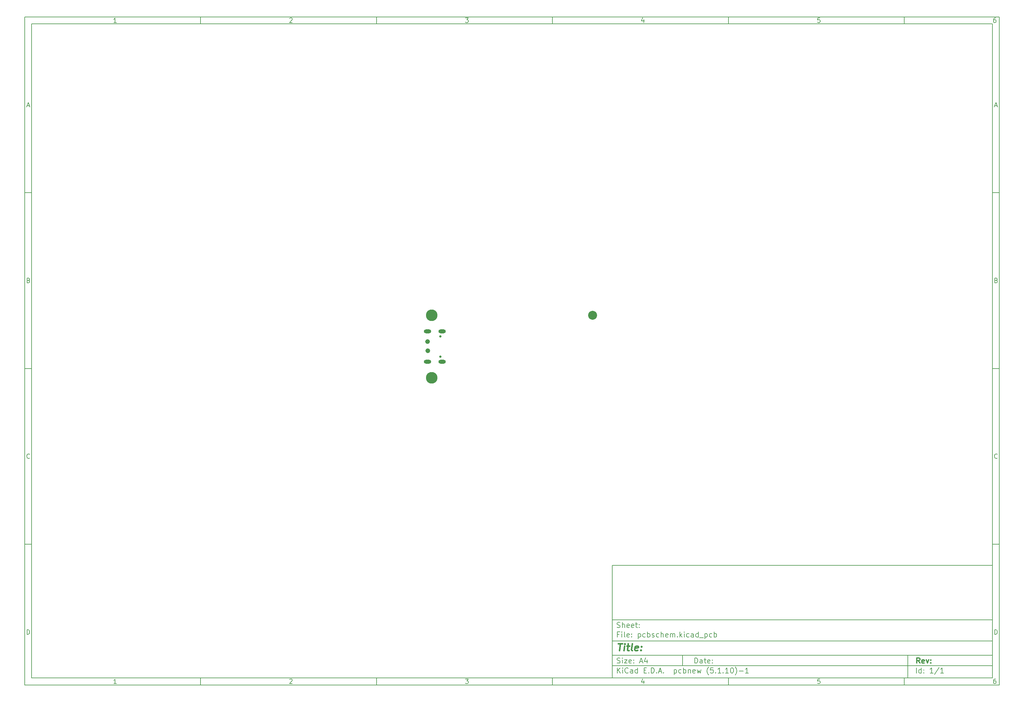
<source format=gbr>
%TF.GenerationSoftware,KiCad,Pcbnew,(5.1.10)-1*%
%TF.CreationDate,2021-10-11T22:16:09-07:00*%
%TF.ProjectId,pcbschem,70636273-6368-4656-9d2e-6b696361645f,rev?*%
%TF.SameCoordinates,Original*%
%TF.FileFunction,Soldermask,Bot*%
%TF.FilePolarity,Negative*%
%FSLAX46Y46*%
G04 Gerber Fmt 4.6, Leading zero omitted, Abs format (unit mm)*
G04 Created by KiCad (PCBNEW (5.1.10)-1) date 2021-10-11 22:16:09*
%MOMM*%
%LPD*%
G01*
G04 APERTURE LIST*
%ADD10C,0.100000*%
%ADD11C,0.150000*%
%ADD12C,0.300000*%
%ADD13C,0.400000*%
%ADD14O,2.101600X1.101600*%
%ADD15C,0.650000*%
%ADD16C,3.301600*%
%ADD17C,2.540000*%
G04 APERTURE END LIST*
D10*
D11*
X177002200Y-166007200D02*
X177002200Y-198007200D01*
X285002200Y-198007200D01*
X285002200Y-166007200D01*
X177002200Y-166007200D01*
D10*
D11*
X10000000Y-10000000D02*
X10000000Y-200007200D01*
X287002200Y-200007200D01*
X287002200Y-10000000D01*
X10000000Y-10000000D01*
D10*
D11*
X12000000Y-12000000D02*
X12000000Y-198007200D01*
X285002200Y-198007200D01*
X285002200Y-12000000D01*
X12000000Y-12000000D01*
D10*
D11*
X60000000Y-12000000D02*
X60000000Y-10000000D01*
D10*
D11*
X110000000Y-12000000D02*
X110000000Y-10000000D01*
D10*
D11*
X160000000Y-12000000D02*
X160000000Y-10000000D01*
D10*
D11*
X210000000Y-12000000D02*
X210000000Y-10000000D01*
D10*
D11*
X260000000Y-12000000D02*
X260000000Y-10000000D01*
D10*
D11*
X36065476Y-11588095D02*
X35322619Y-11588095D01*
X35694047Y-11588095D02*
X35694047Y-10288095D01*
X35570238Y-10473809D01*
X35446428Y-10597619D01*
X35322619Y-10659523D01*
D10*
D11*
X85322619Y-10411904D02*
X85384523Y-10350000D01*
X85508333Y-10288095D01*
X85817857Y-10288095D01*
X85941666Y-10350000D01*
X86003571Y-10411904D01*
X86065476Y-10535714D01*
X86065476Y-10659523D01*
X86003571Y-10845238D01*
X85260714Y-11588095D01*
X86065476Y-11588095D01*
D10*
D11*
X135260714Y-10288095D02*
X136065476Y-10288095D01*
X135632142Y-10783333D01*
X135817857Y-10783333D01*
X135941666Y-10845238D01*
X136003571Y-10907142D01*
X136065476Y-11030952D01*
X136065476Y-11340476D01*
X136003571Y-11464285D01*
X135941666Y-11526190D01*
X135817857Y-11588095D01*
X135446428Y-11588095D01*
X135322619Y-11526190D01*
X135260714Y-11464285D01*
D10*
D11*
X185941666Y-10721428D02*
X185941666Y-11588095D01*
X185632142Y-10226190D02*
X185322619Y-11154761D01*
X186127380Y-11154761D01*
D10*
D11*
X236003571Y-10288095D02*
X235384523Y-10288095D01*
X235322619Y-10907142D01*
X235384523Y-10845238D01*
X235508333Y-10783333D01*
X235817857Y-10783333D01*
X235941666Y-10845238D01*
X236003571Y-10907142D01*
X236065476Y-11030952D01*
X236065476Y-11340476D01*
X236003571Y-11464285D01*
X235941666Y-11526190D01*
X235817857Y-11588095D01*
X235508333Y-11588095D01*
X235384523Y-11526190D01*
X235322619Y-11464285D01*
D10*
D11*
X285941666Y-10288095D02*
X285694047Y-10288095D01*
X285570238Y-10350000D01*
X285508333Y-10411904D01*
X285384523Y-10597619D01*
X285322619Y-10845238D01*
X285322619Y-11340476D01*
X285384523Y-11464285D01*
X285446428Y-11526190D01*
X285570238Y-11588095D01*
X285817857Y-11588095D01*
X285941666Y-11526190D01*
X286003571Y-11464285D01*
X286065476Y-11340476D01*
X286065476Y-11030952D01*
X286003571Y-10907142D01*
X285941666Y-10845238D01*
X285817857Y-10783333D01*
X285570238Y-10783333D01*
X285446428Y-10845238D01*
X285384523Y-10907142D01*
X285322619Y-11030952D01*
D10*
D11*
X60000000Y-198007200D02*
X60000000Y-200007200D01*
D10*
D11*
X110000000Y-198007200D02*
X110000000Y-200007200D01*
D10*
D11*
X160000000Y-198007200D02*
X160000000Y-200007200D01*
D10*
D11*
X210000000Y-198007200D02*
X210000000Y-200007200D01*
D10*
D11*
X260000000Y-198007200D02*
X260000000Y-200007200D01*
D10*
D11*
X36065476Y-199595295D02*
X35322619Y-199595295D01*
X35694047Y-199595295D02*
X35694047Y-198295295D01*
X35570238Y-198481009D01*
X35446428Y-198604819D01*
X35322619Y-198666723D01*
D10*
D11*
X85322619Y-198419104D02*
X85384523Y-198357200D01*
X85508333Y-198295295D01*
X85817857Y-198295295D01*
X85941666Y-198357200D01*
X86003571Y-198419104D01*
X86065476Y-198542914D01*
X86065476Y-198666723D01*
X86003571Y-198852438D01*
X85260714Y-199595295D01*
X86065476Y-199595295D01*
D10*
D11*
X135260714Y-198295295D02*
X136065476Y-198295295D01*
X135632142Y-198790533D01*
X135817857Y-198790533D01*
X135941666Y-198852438D01*
X136003571Y-198914342D01*
X136065476Y-199038152D01*
X136065476Y-199347676D01*
X136003571Y-199471485D01*
X135941666Y-199533390D01*
X135817857Y-199595295D01*
X135446428Y-199595295D01*
X135322619Y-199533390D01*
X135260714Y-199471485D01*
D10*
D11*
X185941666Y-198728628D02*
X185941666Y-199595295D01*
X185632142Y-198233390D02*
X185322619Y-199161961D01*
X186127380Y-199161961D01*
D10*
D11*
X236003571Y-198295295D02*
X235384523Y-198295295D01*
X235322619Y-198914342D01*
X235384523Y-198852438D01*
X235508333Y-198790533D01*
X235817857Y-198790533D01*
X235941666Y-198852438D01*
X236003571Y-198914342D01*
X236065476Y-199038152D01*
X236065476Y-199347676D01*
X236003571Y-199471485D01*
X235941666Y-199533390D01*
X235817857Y-199595295D01*
X235508333Y-199595295D01*
X235384523Y-199533390D01*
X235322619Y-199471485D01*
D10*
D11*
X285941666Y-198295295D02*
X285694047Y-198295295D01*
X285570238Y-198357200D01*
X285508333Y-198419104D01*
X285384523Y-198604819D01*
X285322619Y-198852438D01*
X285322619Y-199347676D01*
X285384523Y-199471485D01*
X285446428Y-199533390D01*
X285570238Y-199595295D01*
X285817857Y-199595295D01*
X285941666Y-199533390D01*
X286003571Y-199471485D01*
X286065476Y-199347676D01*
X286065476Y-199038152D01*
X286003571Y-198914342D01*
X285941666Y-198852438D01*
X285817857Y-198790533D01*
X285570238Y-198790533D01*
X285446428Y-198852438D01*
X285384523Y-198914342D01*
X285322619Y-199038152D01*
D10*
D11*
X10000000Y-60000000D02*
X12000000Y-60000000D01*
D10*
D11*
X10000000Y-110000000D02*
X12000000Y-110000000D01*
D10*
D11*
X10000000Y-160000000D02*
X12000000Y-160000000D01*
D10*
D11*
X10690476Y-35216666D02*
X11309523Y-35216666D01*
X10566666Y-35588095D02*
X11000000Y-34288095D01*
X11433333Y-35588095D01*
D10*
D11*
X11092857Y-84907142D02*
X11278571Y-84969047D01*
X11340476Y-85030952D01*
X11402380Y-85154761D01*
X11402380Y-85340476D01*
X11340476Y-85464285D01*
X11278571Y-85526190D01*
X11154761Y-85588095D01*
X10659523Y-85588095D01*
X10659523Y-84288095D01*
X11092857Y-84288095D01*
X11216666Y-84350000D01*
X11278571Y-84411904D01*
X11340476Y-84535714D01*
X11340476Y-84659523D01*
X11278571Y-84783333D01*
X11216666Y-84845238D01*
X11092857Y-84907142D01*
X10659523Y-84907142D01*
D10*
D11*
X11402380Y-135464285D02*
X11340476Y-135526190D01*
X11154761Y-135588095D01*
X11030952Y-135588095D01*
X10845238Y-135526190D01*
X10721428Y-135402380D01*
X10659523Y-135278571D01*
X10597619Y-135030952D01*
X10597619Y-134845238D01*
X10659523Y-134597619D01*
X10721428Y-134473809D01*
X10845238Y-134350000D01*
X11030952Y-134288095D01*
X11154761Y-134288095D01*
X11340476Y-134350000D01*
X11402380Y-134411904D01*
D10*
D11*
X10659523Y-185588095D02*
X10659523Y-184288095D01*
X10969047Y-184288095D01*
X11154761Y-184350000D01*
X11278571Y-184473809D01*
X11340476Y-184597619D01*
X11402380Y-184845238D01*
X11402380Y-185030952D01*
X11340476Y-185278571D01*
X11278571Y-185402380D01*
X11154761Y-185526190D01*
X10969047Y-185588095D01*
X10659523Y-185588095D01*
D10*
D11*
X287002200Y-60000000D02*
X285002200Y-60000000D01*
D10*
D11*
X287002200Y-110000000D02*
X285002200Y-110000000D01*
D10*
D11*
X287002200Y-160000000D02*
X285002200Y-160000000D01*
D10*
D11*
X285692676Y-35216666D02*
X286311723Y-35216666D01*
X285568866Y-35588095D02*
X286002200Y-34288095D01*
X286435533Y-35588095D01*
D10*
D11*
X286095057Y-84907142D02*
X286280771Y-84969047D01*
X286342676Y-85030952D01*
X286404580Y-85154761D01*
X286404580Y-85340476D01*
X286342676Y-85464285D01*
X286280771Y-85526190D01*
X286156961Y-85588095D01*
X285661723Y-85588095D01*
X285661723Y-84288095D01*
X286095057Y-84288095D01*
X286218866Y-84350000D01*
X286280771Y-84411904D01*
X286342676Y-84535714D01*
X286342676Y-84659523D01*
X286280771Y-84783333D01*
X286218866Y-84845238D01*
X286095057Y-84907142D01*
X285661723Y-84907142D01*
D10*
D11*
X286404580Y-135464285D02*
X286342676Y-135526190D01*
X286156961Y-135588095D01*
X286033152Y-135588095D01*
X285847438Y-135526190D01*
X285723628Y-135402380D01*
X285661723Y-135278571D01*
X285599819Y-135030952D01*
X285599819Y-134845238D01*
X285661723Y-134597619D01*
X285723628Y-134473809D01*
X285847438Y-134350000D01*
X286033152Y-134288095D01*
X286156961Y-134288095D01*
X286342676Y-134350000D01*
X286404580Y-134411904D01*
D10*
D11*
X285661723Y-185588095D02*
X285661723Y-184288095D01*
X285971247Y-184288095D01*
X286156961Y-184350000D01*
X286280771Y-184473809D01*
X286342676Y-184597619D01*
X286404580Y-184845238D01*
X286404580Y-185030952D01*
X286342676Y-185278571D01*
X286280771Y-185402380D01*
X286156961Y-185526190D01*
X285971247Y-185588095D01*
X285661723Y-185588095D01*
D10*
D11*
X200434342Y-193785771D02*
X200434342Y-192285771D01*
X200791485Y-192285771D01*
X201005771Y-192357200D01*
X201148628Y-192500057D01*
X201220057Y-192642914D01*
X201291485Y-192928628D01*
X201291485Y-193142914D01*
X201220057Y-193428628D01*
X201148628Y-193571485D01*
X201005771Y-193714342D01*
X200791485Y-193785771D01*
X200434342Y-193785771D01*
X202577200Y-193785771D02*
X202577200Y-193000057D01*
X202505771Y-192857200D01*
X202362914Y-192785771D01*
X202077200Y-192785771D01*
X201934342Y-192857200D01*
X202577200Y-193714342D02*
X202434342Y-193785771D01*
X202077200Y-193785771D01*
X201934342Y-193714342D01*
X201862914Y-193571485D01*
X201862914Y-193428628D01*
X201934342Y-193285771D01*
X202077200Y-193214342D01*
X202434342Y-193214342D01*
X202577200Y-193142914D01*
X203077200Y-192785771D02*
X203648628Y-192785771D01*
X203291485Y-192285771D02*
X203291485Y-193571485D01*
X203362914Y-193714342D01*
X203505771Y-193785771D01*
X203648628Y-193785771D01*
X204720057Y-193714342D02*
X204577200Y-193785771D01*
X204291485Y-193785771D01*
X204148628Y-193714342D01*
X204077200Y-193571485D01*
X204077200Y-193000057D01*
X204148628Y-192857200D01*
X204291485Y-192785771D01*
X204577200Y-192785771D01*
X204720057Y-192857200D01*
X204791485Y-193000057D01*
X204791485Y-193142914D01*
X204077200Y-193285771D01*
X205434342Y-193642914D02*
X205505771Y-193714342D01*
X205434342Y-193785771D01*
X205362914Y-193714342D01*
X205434342Y-193642914D01*
X205434342Y-193785771D01*
X205434342Y-192857200D02*
X205505771Y-192928628D01*
X205434342Y-193000057D01*
X205362914Y-192928628D01*
X205434342Y-192857200D01*
X205434342Y-193000057D01*
D10*
D11*
X177002200Y-194507200D02*
X285002200Y-194507200D01*
D10*
D11*
X178434342Y-196585771D02*
X178434342Y-195085771D01*
X179291485Y-196585771D02*
X178648628Y-195728628D01*
X179291485Y-195085771D02*
X178434342Y-195942914D01*
X179934342Y-196585771D02*
X179934342Y-195585771D01*
X179934342Y-195085771D02*
X179862914Y-195157200D01*
X179934342Y-195228628D01*
X180005771Y-195157200D01*
X179934342Y-195085771D01*
X179934342Y-195228628D01*
X181505771Y-196442914D02*
X181434342Y-196514342D01*
X181220057Y-196585771D01*
X181077200Y-196585771D01*
X180862914Y-196514342D01*
X180720057Y-196371485D01*
X180648628Y-196228628D01*
X180577200Y-195942914D01*
X180577200Y-195728628D01*
X180648628Y-195442914D01*
X180720057Y-195300057D01*
X180862914Y-195157200D01*
X181077200Y-195085771D01*
X181220057Y-195085771D01*
X181434342Y-195157200D01*
X181505771Y-195228628D01*
X182791485Y-196585771D02*
X182791485Y-195800057D01*
X182720057Y-195657200D01*
X182577200Y-195585771D01*
X182291485Y-195585771D01*
X182148628Y-195657200D01*
X182791485Y-196514342D02*
X182648628Y-196585771D01*
X182291485Y-196585771D01*
X182148628Y-196514342D01*
X182077200Y-196371485D01*
X182077200Y-196228628D01*
X182148628Y-196085771D01*
X182291485Y-196014342D01*
X182648628Y-196014342D01*
X182791485Y-195942914D01*
X184148628Y-196585771D02*
X184148628Y-195085771D01*
X184148628Y-196514342D02*
X184005771Y-196585771D01*
X183720057Y-196585771D01*
X183577200Y-196514342D01*
X183505771Y-196442914D01*
X183434342Y-196300057D01*
X183434342Y-195871485D01*
X183505771Y-195728628D01*
X183577200Y-195657200D01*
X183720057Y-195585771D01*
X184005771Y-195585771D01*
X184148628Y-195657200D01*
X186005771Y-195800057D02*
X186505771Y-195800057D01*
X186720057Y-196585771D02*
X186005771Y-196585771D01*
X186005771Y-195085771D01*
X186720057Y-195085771D01*
X187362914Y-196442914D02*
X187434342Y-196514342D01*
X187362914Y-196585771D01*
X187291485Y-196514342D01*
X187362914Y-196442914D01*
X187362914Y-196585771D01*
X188077200Y-196585771D02*
X188077200Y-195085771D01*
X188434342Y-195085771D01*
X188648628Y-195157200D01*
X188791485Y-195300057D01*
X188862914Y-195442914D01*
X188934342Y-195728628D01*
X188934342Y-195942914D01*
X188862914Y-196228628D01*
X188791485Y-196371485D01*
X188648628Y-196514342D01*
X188434342Y-196585771D01*
X188077200Y-196585771D01*
X189577200Y-196442914D02*
X189648628Y-196514342D01*
X189577200Y-196585771D01*
X189505771Y-196514342D01*
X189577200Y-196442914D01*
X189577200Y-196585771D01*
X190220057Y-196157200D02*
X190934342Y-196157200D01*
X190077200Y-196585771D02*
X190577200Y-195085771D01*
X191077200Y-196585771D01*
X191577200Y-196442914D02*
X191648628Y-196514342D01*
X191577200Y-196585771D01*
X191505771Y-196514342D01*
X191577200Y-196442914D01*
X191577200Y-196585771D01*
X194577200Y-195585771D02*
X194577200Y-197085771D01*
X194577200Y-195657200D02*
X194720057Y-195585771D01*
X195005771Y-195585771D01*
X195148628Y-195657200D01*
X195220057Y-195728628D01*
X195291485Y-195871485D01*
X195291485Y-196300057D01*
X195220057Y-196442914D01*
X195148628Y-196514342D01*
X195005771Y-196585771D01*
X194720057Y-196585771D01*
X194577200Y-196514342D01*
X196577200Y-196514342D02*
X196434342Y-196585771D01*
X196148628Y-196585771D01*
X196005771Y-196514342D01*
X195934342Y-196442914D01*
X195862914Y-196300057D01*
X195862914Y-195871485D01*
X195934342Y-195728628D01*
X196005771Y-195657200D01*
X196148628Y-195585771D01*
X196434342Y-195585771D01*
X196577200Y-195657200D01*
X197220057Y-196585771D02*
X197220057Y-195085771D01*
X197220057Y-195657200D02*
X197362914Y-195585771D01*
X197648628Y-195585771D01*
X197791485Y-195657200D01*
X197862914Y-195728628D01*
X197934342Y-195871485D01*
X197934342Y-196300057D01*
X197862914Y-196442914D01*
X197791485Y-196514342D01*
X197648628Y-196585771D01*
X197362914Y-196585771D01*
X197220057Y-196514342D01*
X198577200Y-195585771D02*
X198577200Y-196585771D01*
X198577200Y-195728628D02*
X198648628Y-195657200D01*
X198791485Y-195585771D01*
X199005771Y-195585771D01*
X199148628Y-195657200D01*
X199220057Y-195800057D01*
X199220057Y-196585771D01*
X200505771Y-196514342D02*
X200362914Y-196585771D01*
X200077200Y-196585771D01*
X199934342Y-196514342D01*
X199862914Y-196371485D01*
X199862914Y-195800057D01*
X199934342Y-195657200D01*
X200077200Y-195585771D01*
X200362914Y-195585771D01*
X200505771Y-195657200D01*
X200577200Y-195800057D01*
X200577200Y-195942914D01*
X199862914Y-196085771D01*
X201077200Y-195585771D02*
X201362914Y-196585771D01*
X201648628Y-195871485D01*
X201934342Y-196585771D01*
X202220057Y-195585771D01*
X204362914Y-197157200D02*
X204291485Y-197085771D01*
X204148628Y-196871485D01*
X204077200Y-196728628D01*
X204005771Y-196514342D01*
X203934342Y-196157200D01*
X203934342Y-195871485D01*
X204005771Y-195514342D01*
X204077200Y-195300057D01*
X204148628Y-195157200D01*
X204291485Y-194942914D01*
X204362914Y-194871485D01*
X205648628Y-195085771D02*
X204934342Y-195085771D01*
X204862914Y-195800057D01*
X204934342Y-195728628D01*
X205077200Y-195657200D01*
X205434342Y-195657200D01*
X205577200Y-195728628D01*
X205648628Y-195800057D01*
X205720057Y-195942914D01*
X205720057Y-196300057D01*
X205648628Y-196442914D01*
X205577200Y-196514342D01*
X205434342Y-196585771D01*
X205077200Y-196585771D01*
X204934342Y-196514342D01*
X204862914Y-196442914D01*
X206362914Y-196442914D02*
X206434342Y-196514342D01*
X206362914Y-196585771D01*
X206291485Y-196514342D01*
X206362914Y-196442914D01*
X206362914Y-196585771D01*
X207862914Y-196585771D02*
X207005771Y-196585771D01*
X207434342Y-196585771D02*
X207434342Y-195085771D01*
X207291485Y-195300057D01*
X207148628Y-195442914D01*
X207005771Y-195514342D01*
X208505771Y-196442914D02*
X208577200Y-196514342D01*
X208505771Y-196585771D01*
X208434342Y-196514342D01*
X208505771Y-196442914D01*
X208505771Y-196585771D01*
X210005771Y-196585771D02*
X209148628Y-196585771D01*
X209577200Y-196585771D02*
X209577200Y-195085771D01*
X209434342Y-195300057D01*
X209291485Y-195442914D01*
X209148628Y-195514342D01*
X210934342Y-195085771D02*
X211077200Y-195085771D01*
X211220057Y-195157200D01*
X211291485Y-195228628D01*
X211362914Y-195371485D01*
X211434342Y-195657200D01*
X211434342Y-196014342D01*
X211362914Y-196300057D01*
X211291485Y-196442914D01*
X211220057Y-196514342D01*
X211077200Y-196585771D01*
X210934342Y-196585771D01*
X210791485Y-196514342D01*
X210720057Y-196442914D01*
X210648628Y-196300057D01*
X210577200Y-196014342D01*
X210577200Y-195657200D01*
X210648628Y-195371485D01*
X210720057Y-195228628D01*
X210791485Y-195157200D01*
X210934342Y-195085771D01*
X211934342Y-197157200D02*
X212005771Y-197085771D01*
X212148628Y-196871485D01*
X212220057Y-196728628D01*
X212291485Y-196514342D01*
X212362914Y-196157200D01*
X212362914Y-195871485D01*
X212291485Y-195514342D01*
X212220057Y-195300057D01*
X212148628Y-195157200D01*
X212005771Y-194942914D01*
X211934342Y-194871485D01*
X213077200Y-196014342D02*
X214220057Y-196014342D01*
X215720057Y-196585771D02*
X214862914Y-196585771D01*
X215291485Y-196585771D02*
X215291485Y-195085771D01*
X215148628Y-195300057D01*
X215005771Y-195442914D01*
X214862914Y-195514342D01*
D10*
D11*
X177002200Y-191507200D02*
X285002200Y-191507200D01*
D10*
D12*
X264411485Y-193785771D02*
X263911485Y-193071485D01*
X263554342Y-193785771D02*
X263554342Y-192285771D01*
X264125771Y-192285771D01*
X264268628Y-192357200D01*
X264340057Y-192428628D01*
X264411485Y-192571485D01*
X264411485Y-192785771D01*
X264340057Y-192928628D01*
X264268628Y-193000057D01*
X264125771Y-193071485D01*
X263554342Y-193071485D01*
X265625771Y-193714342D02*
X265482914Y-193785771D01*
X265197200Y-193785771D01*
X265054342Y-193714342D01*
X264982914Y-193571485D01*
X264982914Y-193000057D01*
X265054342Y-192857200D01*
X265197200Y-192785771D01*
X265482914Y-192785771D01*
X265625771Y-192857200D01*
X265697200Y-193000057D01*
X265697200Y-193142914D01*
X264982914Y-193285771D01*
X266197200Y-192785771D02*
X266554342Y-193785771D01*
X266911485Y-192785771D01*
X267482914Y-193642914D02*
X267554342Y-193714342D01*
X267482914Y-193785771D01*
X267411485Y-193714342D01*
X267482914Y-193642914D01*
X267482914Y-193785771D01*
X267482914Y-192857200D02*
X267554342Y-192928628D01*
X267482914Y-193000057D01*
X267411485Y-192928628D01*
X267482914Y-192857200D01*
X267482914Y-193000057D01*
D10*
D11*
X178362914Y-193714342D02*
X178577200Y-193785771D01*
X178934342Y-193785771D01*
X179077200Y-193714342D01*
X179148628Y-193642914D01*
X179220057Y-193500057D01*
X179220057Y-193357200D01*
X179148628Y-193214342D01*
X179077200Y-193142914D01*
X178934342Y-193071485D01*
X178648628Y-193000057D01*
X178505771Y-192928628D01*
X178434342Y-192857200D01*
X178362914Y-192714342D01*
X178362914Y-192571485D01*
X178434342Y-192428628D01*
X178505771Y-192357200D01*
X178648628Y-192285771D01*
X179005771Y-192285771D01*
X179220057Y-192357200D01*
X179862914Y-193785771D02*
X179862914Y-192785771D01*
X179862914Y-192285771D02*
X179791485Y-192357200D01*
X179862914Y-192428628D01*
X179934342Y-192357200D01*
X179862914Y-192285771D01*
X179862914Y-192428628D01*
X180434342Y-192785771D02*
X181220057Y-192785771D01*
X180434342Y-193785771D01*
X181220057Y-193785771D01*
X182362914Y-193714342D02*
X182220057Y-193785771D01*
X181934342Y-193785771D01*
X181791485Y-193714342D01*
X181720057Y-193571485D01*
X181720057Y-193000057D01*
X181791485Y-192857200D01*
X181934342Y-192785771D01*
X182220057Y-192785771D01*
X182362914Y-192857200D01*
X182434342Y-193000057D01*
X182434342Y-193142914D01*
X181720057Y-193285771D01*
X183077200Y-193642914D02*
X183148628Y-193714342D01*
X183077200Y-193785771D01*
X183005771Y-193714342D01*
X183077200Y-193642914D01*
X183077200Y-193785771D01*
X183077200Y-192857200D02*
X183148628Y-192928628D01*
X183077200Y-193000057D01*
X183005771Y-192928628D01*
X183077200Y-192857200D01*
X183077200Y-193000057D01*
X184862914Y-193357200D02*
X185577200Y-193357200D01*
X184720057Y-193785771D02*
X185220057Y-192285771D01*
X185720057Y-193785771D01*
X186862914Y-192785771D02*
X186862914Y-193785771D01*
X186505771Y-192214342D02*
X186148628Y-193285771D01*
X187077200Y-193285771D01*
D10*
D11*
X263434342Y-196585771D02*
X263434342Y-195085771D01*
X264791485Y-196585771D02*
X264791485Y-195085771D01*
X264791485Y-196514342D02*
X264648628Y-196585771D01*
X264362914Y-196585771D01*
X264220057Y-196514342D01*
X264148628Y-196442914D01*
X264077200Y-196300057D01*
X264077200Y-195871485D01*
X264148628Y-195728628D01*
X264220057Y-195657200D01*
X264362914Y-195585771D01*
X264648628Y-195585771D01*
X264791485Y-195657200D01*
X265505771Y-196442914D02*
X265577200Y-196514342D01*
X265505771Y-196585771D01*
X265434342Y-196514342D01*
X265505771Y-196442914D01*
X265505771Y-196585771D01*
X265505771Y-195657200D02*
X265577200Y-195728628D01*
X265505771Y-195800057D01*
X265434342Y-195728628D01*
X265505771Y-195657200D01*
X265505771Y-195800057D01*
X268148628Y-196585771D02*
X267291485Y-196585771D01*
X267720057Y-196585771D02*
X267720057Y-195085771D01*
X267577200Y-195300057D01*
X267434342Y-195442914D01*
X267291485Y-195514342D01*
X269862914Y-195014342D02*
X268577200Y-196942914D01*
X271148628Y-196585771D02*
X270291485Y-196585771D01*
X270720057Y-196585771D02*
X270720057Y-195085771D01*
X270577200Y-195300057D01*
X270434342Y-195442914D01*
X270291485Y-195514342D01*
D10*
D11*
X177002200Y-187507200D02*
X285002200Y-187507200D01*
D10*
D13*
X178714580Y-188211961D02*
X179857438Y-188211961D01*
X179036009Y-190211961D02*
X179286009Y-188211961D01*
X180274104Y-190211961D02*
X180440771Y-188878628D01*
X180524104Y-188211961D02*
X180416961Y-188307200D01*
X180500295Y-188402438D01*
X180607438Y-188307200D01*
X180524104Y-188211961D01*
X180500295Y-188402438D01*
X181107438Y-188878628D02*
X181869342Y-188878628D01*
X181476485Y-188211961D02*
X181262200Y-189926247D01*
X181333628Y-190116723D01*
X181512200Y-190211961D01*
X181702676Y-190211961D01*
X182655057Y-190211961D02*
X182476485Y-190116723D01*
X182405057Y-189926247D01*
X182619342Y-188211961D01*
X184190771Y-190116723D02*
X183988390Y-190211961D01*
X183607438Y-190211961D01*
X183428866Y-190116723D01*
X183357438Y-189926247D01*
X183452676Y-189164342D01*
X183571723Y-188973866D01*
X183774104Y-188878628D01*
X184155057Y-188878628D01*
X184333628Y-188973866D01*
X184405057Y-189164342D01*
X184381247Y-189354819D01*
X183405057Y-189545295D01*
X185155057Y-190021485D02*
X185238390Y-190116723D01*
X185131247Y-190211961D01*
X185047914Y-190116723D01*
X185155057Y-190021485D01*
X185131247Y-190211961D01*
X185286009Y-188973866D02*
X185369342Y-189069104D01*
X185262200Y-189164342D01*
X185178866Y-189069104D01*
X185286009Y-188973866D01*
X185262200Y-189164342D01*
D10*
D11*
X178934342Y-185600057D02*
X178434342Y-185600057D01*
X178434342Y-186385771D02*
X178434342Y-184885771D01*
X179148628Y-184885771D01*
X179720057Y-186385771D02*
X179720057Y-185385771D01*
X179720057Y-184885771D02*
X179648628Y-184957200D01*
X179720057Y-185028628D01*
X179791485Y-184957200D01*
X179720057Y-184885771D01*
X179720057Y-185028628D01*
X180648628Y-186385771D02*
X180505771Y-186314342D01*
X180434342Y-186171485D01*
X180434342Y-184885771D01*
X181791485Y-186314342D02*
X181648628Y-186385771D01*
X181362914Y-186385771D01*
X181220057Y-186314342D01*
X181148628Y-186171485D01*
X181148628Y-185600057D01*
X181220057Y-185457200D01*
X181362914Y-185385771D01*
X181648628Y-185385771D01*
X181791485Y-185457200D01*
X181862914Y-185600057D01*
X181862914Y-185742914D01*
X181148628Y-185885771D01*
X182505771Y-186242914D02*
X182577200Y-186314342D01*
X182505771Y-186385771D01*
X182434342Y-186314342D01*
X182505771Y-186242914D01*
X182505771Y-186385771D01*
X182505771Y-185457200D02*
X182577200Y-185528628D01*
X182505771Y-185600057D01*
X182434342Y-185528628D01*
X182505771Y-185457200D01*
X182505771Y-185600057D01*
X184362914Y-185385771D02*
X184362914Y-186885771D01*
X184362914Y-185457200D02*
X184505771Y-185385771D01*
X184791485Y-185385771D01*
X184934342Y-185457200D01*
X185005771Y-185528628D01*
X185077200Y-185671485D01*
X185077200Y-186100057D01*
X185005771Y-186242914D01*
X184934342Y-186314342D01*
X184791485Y-186385771D01*
X184505771Y-186385771D01*
X184362914Y-186314342D01*
X186362914Y-186314342D02*
X186220057Y-186385771D01*
X185934342Y-186385771D01*
X185791485Y-186314342D01*
X185720057Y-186242914D01*
X185648628Y-186100057D01*
X185648628Y-185671485D01*
X185720057Y-185528628D01*
X185791485Y-185457200D01*
X185934342Y-185385771D01*
X186220057Y-185385771D01*
X186362914Y-185457200D01*
X187005771Y-186385771D02*
X187005771Y-184885771D01*
X187005771Y-185457200D02*
X187148628Y-185385771D01*
X187434342Y-185385771D01*
X187577200Y-185457200D01*
X187648628Y-185528628D01*
X187720057Y-185671485D01*
X187720057Y-186100057D01*
X187648628Y-186242914D01*
X187577200Y-186314342D01*
X187434342Y-186385771D01*
X187148628Y-186385771D01*
X187005771Y-186314342D01*
X188291485Y-186314342D02*
X188434342Y-186385771D01*
X188720057Y-186385771D01*
X188862914Y-186314342D01*
X188934342Y-186171485D01*
X188934342Y-186100057D01*
X188862914Y-185957200D01*
X188720057Y-185885771D01*
X188505771Y-185885771D01*
X188362914Y-185814342D01*
X188291485Y-185671485D01*
X188291485Y-185600057D01*
X188362914Y-185457200D01*
X188505771Y-185385771D01*
X188720057Y-185385771D01*
X188862914Y-185457200D01*
X190220057Y-186314342D02*
X190077200Y-186385771D01*
X189791485Y-186385771D01*
X189648628Y-186314342D01*
X189577200Y-186242914D01*
X189505771Y-186100057D01*
X189505771Y-185671485D01*
X189577200Y-185528628D01*
X189648628Y-185457200D01*
X189791485Y-185385771D01*
X190077200Y-185385771D01*
X190220057Y-185457200D01*
X190862914Y-186385771D02*
X190862914Y-184885771D01*
X191505771Y-186385771D02*
X191505771Y-185600057D01*
X191434342Y-185457200D01*
X191291485Y-185385771D01*
X191077200Y-185385771D01*
X190934342Y-185457200D01*
X190862914Y-185528628D01*
X192791485Y-186314342D02*
X192648628Y-186385771D01*
X192362914Y-186385771D01*
X192220057Y-186314342D01*
X192148628Y-186171485D01*
X192148628Y-185600057D01*
X192220057Y-185457200D01*
X192362914Y-185385771D01*
X192648628Y-185385771D01*
X192791485Y-185457200D01*
X192862914Y-185600057D01*
X192862914Y-185742914D01*
X192148628Y-185885771D01*
X193505771Y-186385771D02*
X193505771Y-185385771D01*
X193505771Y-185528628D02*
X193577200Y-185457200D01*
X193720057Y-185385771D01*
X193934342Y-185385771D01*
X194077200Y-185457200D01*
X194148628Y-185600057D01*
X194148628Y-186385771D01*
X194148628Y-185600057D02*
X194220057Y-185457200D01*
X194362914Y-185385771D01*
X194577200Y-185385771D01*
X194720057Y-185457200D01*
X194791485Y-185600057D01*
X194791485Y-186385771D01*
X195505771Y-186242914D02*
X195577200Y-186314342D01*
X195505771Y-186385771D01*
X195434342Y-186314342D01*
X195505771Y-186242914D01*
X195505771Y-186385771D01*
X196220057Y-186385771D02*
X196220057Y-184885771D01*
X196362914Y-185814342D02*
X196791485Y-186385771D01*
X196791485Y-185385771D02*
X196220057Y-185957200D01*
X197434342Y-186385771D02*
X197434342Y-185385771D01*
X197434342Y-184885771D02*
X197362914Y-184957200D01*
X197434342Y-185028628D01*
X197505771Y-184957200D01*
X197434342Y-184885771D01*
X197434342Y-185028628D01*
X198791485Y-186314342D02*
X198648628Y-186385771D01*
X198362914Y-186385771D01*
X198220057Y-186314342D01*
X198148628Y-186242914D01*
X198077200Y-186100057D01*
X198077200Y-185671485D01*
X198148628Y-185528628D01*
X198220057Y-185457200D01*
X198362914Y-185385771D01*
X198648628Y-185385771D01*
X198791485Y-185457200D01*
X200077200Y-186385771D02*
X200077200Y-185600057D01*
X200005771Y-185457200D01*
X199862914Y-185385771D01*
X199577200Y-185385771D01*
X199434342Y-185457200D01*
X200077200Y-186314342D02*
X199934342Y-186385771D01*
X199577200Y-186385771D01*
X199434342Y-186314342D01*
X199362914Y-186171485D01*
X199362914Y-186028628D01*
X199434342Y-185885771D01*
X199577200Y-185814342D01*
X199934342Y-185814342D01*
X200077200Y-185742914D01*
X201434342Y-186385771D02*
X201434342Y-184885771D01*
X201434342Y-186314342D02*
X201291485Y-186385771D01*
X201005771Y-186385771D01*
X200862914Y-186314342D01*
X200791485Y-186242914D01*
X200720057Y-186100057D01*
X200720057Y-185671485D01*
X200791485Y-185528628D01*
X200862914Y-185457200D01*
X201005771Y-185385771D01*
X201291485Y-185385771D01*
X201434342Y-185457200D01*
X201791485Y-186528628D02*
X202934342Y-186528628D01*
X203291485Y-185385771D02*
X203291485Y-186885771D01*
X203291485Y-185457200D02*
X203434342Y-185385771D01*
X203720057Y-185385771D01*
X203862914Y-185457200D01*
X203934342Y-185528628D01*
X204005771Y-185671485D01*
X204005771Y-186100057D01*
X203934342Y-186242914D01*
X203862914Y-186314342D01*
X203720057Y-186385771D01*
X203434342Y-186385771D01*
X203291485Y-186314342D01*
X205291485Y-186314342D02*
X205148628Y-186385771D01*
X204862914Y-186385771D01*
X204720057Y-186314342D01*
X204648628Y-186242914D01*
X204577200Y-186100057D01*
X204577200Y-185671485D01*
X204648628Y-185528628D01*
X204720057Y-185457200D01*
X204862914Y-185385771D01*
X205148628Y-185385771D01*
X205291485Y-185457200D01*
X205934342Y-186385771D02*
X205934342Y-184885771D01*
X205934342Y-185457200D02*
X206077200Y-185385771D01*
X206362914Y-185385771D01*
X206505771Y-185457200D01*
X206577200Y-185528628D01*
X206648628Y-185671485D01*
X206648628Y-186100057D01*
X206577200Y-186242914D01*
X206505771Y-186314342D01*
X206362914Y-186385771D01*
X206077200Y-186385771D01*
X205934342Y-186314342D01*
D10*
D11*
X177002200Y-181507200D02*
X285002200Y-181507200D01*
D10*
D11*
X178362914Y-183614342D02*
X178577200Y-183685771D01*
X178934342Y-183685771D01*
X179077200Y-183614342D01*
X179148628Y-183542914D01*
X179220057Y-183400057D01*
X179220057Y-183257200D01*
X179148628Y-183114342D01*
X179077200Y-183042914D01*
X178934342Y-182971485D01*
X178648628Y-182900057D01*
X178505771Y-182828628D01*
X178434342Y-182757200D01*
X178362914Y-182614342D01*
X178362914Y-182471485D01*
X178434342Y-182328628D01*
X178505771Y-182257200D01*
X178648628Y-182185771D01*
X179005771Y-182185771D01*
X179220057Y-182257200D01*
X179862914Y-183685771D02*
X179862914Y-182185771D01*
X180505771Y-183685771D02*
X180505771Y-182900057D01*
X180434342Y-182757200D01*
X180291485Y-182685771D01*
X180077200Y-182685771D01*
X179934342Y-182757200D01*
X179862914Y-182828628D01*
X181791485Y-183614342D02*
X181648628Y-183685771D01*
X181362914Y-183685771D01*
X181220057Y-183614342D01*
X181148628Y-183471485D01*
X181148628Y-182900057D01*
X181220057Y-182757200D01*
X181362914Y-182685771D01*
X181648628Y-182685771D01*
X181791485Y-182757200D01*
X181862914Y-182900057D01*
X181862914Y-183042914D01*
X181148628Y-183185771D01*
X183077200Y-183614342D02*
X182934342Y-183685771D01*
X182648628Y-183685771D01*
X182505771Y-183614342D01*
X182434342Y-183471485D01*
X182434342Y-182900057D01*
X182505771Y-182757200D01*
X182648628Y-182685771D01*
X182934342Y-182685771D01*
X183077200Y-182757200D01*
X183148628Y-182900057D01*
X183148628Y-183042914D01*
X182434342Y-183185771D01*
X183577200Y-182685771D02*
X184148628Y-182685771D01*
X183791485Y-182185771D02*
X183791485Y-183471485D01*
X183862914Y-183614342D01*
X184005771Y-183685771D01*
X184148628Y-183685771D01*
X184648628Y-183542914D02*
X184720057Y-183614342D01*
X184648628Y-183685771D01*
X184577200Y-183614342D01*
X184648628Y-183542914D01*
X184648628Y-183685771D01*
X184648628Y-182757200D02*
X184720057Y-182828628D01*
X184648628Y-182900057D01*
X184577200Y-182828628D01*
X184648628Y-182757200D01*
X184648628Y-182900057D01*
D10*
D11*
X197002200Y-191507200D02*
X197002200Y-194507200D01*
D10*
D11*
X261002200Y-191507200D02*
X261002200Y-198007200D01*
D14*
%TO.C,X6*%
X124494600Y-99413600D03*
X124494600Y-108053600D03*
X128674600Y-108053600D03*
X128674600Y-99413600D03*
D15*
X128174600Y-106623600D03*
X128174600Y-100843600D03*
%TD*%
%TO.C,D-1*%
G36*
G01*
X125183900Y-102336600D02*
X125183900Y-102336600D01*
G75*
G02*
X124498100Y-103022400I-685800J0D01*
G01*
X124498100Y-103022400D01*
G75*
G02*
X123812300Y-102336600I0J685800D01*
G01*
X123812300Y-102336600D01*
G75*
G02*
X124498100Y-101650800I685800J0D01*
G01*
X124498100Y-101650800D01*
G75*
G02*
X125183900Y-102336600I0J-685800D01*
G01*
G37*
%TD*%
%TO.C,D+1*%
G36*
G01*
X125247400Y-104940100D02*
X125247400Y-104940100D01*
G75*
G02*
X124561600Y-105625900I-685800J0D01*
G01*
X124561600Y-105625900D01*
G75*
G02*
X123875800Y-104940100I0J685800D01*
G01*
X123875800Y-104940100D01*
G75*
G02*
X124561600Y-104254300I685800J0D01*
G01*
X124561600Y-104254300D01*
G75*
G02*
X125247400Y-104940100I0J-685800D01*
G01*
G37*
%TD*%
D16*
%TO.C,U$32*%
X125641100Y-112623600D03*
%TD*%
%TO.C,U$31*%
X125641100Y-94843600D03*
%TD*%
D17*
%TO.C,@HOLE0*%
X171361100Y-94843600D03*
%TD*%
M02*

</source>
